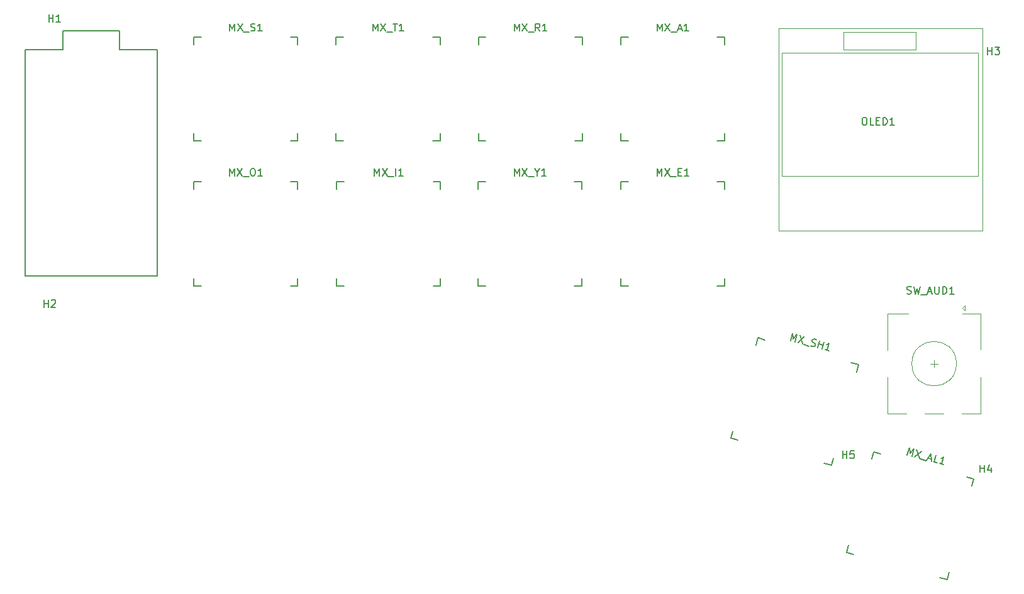
<source format=gbr>
G04 #@! TF.GenerationSoftware,KiCad,Pcbnew,(5.1.10)-1*
G04 #@! TF.CreationDate,2021-07-26T22:22:40-04:00*
G04 #@! TF.ProjectId,chayzer,63686179-7a65-4722-9e6b-696361645f70,rev?*
G04 #@! TF.SameCoordinates,Original*
G04 #@! TF.FileFunction,Legend,Top*
G04 #@! TF.FilePolarity,Positive*
%FSLAX46Y46*%
G04 Gerber Fmt 4.6, Leading zero omitted, Abs format (unit mm)*
G04 Created by KiCad (PCBNEW (5.1.10)-1) date 2021-07-26 22:22:40*
%MOMM*%
%LPD*%
G01*
G04 APERTURE LIST*
%ADD10C,0.150000*%
%ADD11C,0.120000*%
G04 APERTURE END LIST*
D10*
X102957500Y-102177500D02*
X85177500Y-102177500D01*
X102957500Y-71697500D02*
X102957500Y-102177500D01*
X97877500Y-71697500D02*
X102957500Y-71697500D01*
X97877500Y-69157500D02*
X97877500Y-71697500D01*
X90257500Y-69157500D02*
X97877500Y-69157500D01*
X90257500Y-71697500D02*
X90257500Y-69157500D01*
X85177500Y-71697500D02*
X90257500Y-71697500D01*
X85177500Y-71697500D02*
X85177500Y-102177500D01*
X212916964Y-129519003D02*
X212658145Y-130484928D01*
X208327572Y-142783145D02*
X209293497Y-143041964D01*
X212916964Y-129519003D02*
X211951038Y-129260183D01*
X209552317Y-142076038D02*
X209293497Y-143041964D01*
X195770536Y-139418497D02*
X196029355Y-138452572D01*
X200359928Y-126154355D02*
X199394003Y-125895536D01*
X195770536Y-139418497D02*
X196736462Y-139677317D01*
X199135183Y-126861462D02*
X199394003Y-125895536D01*
D11*
X210556250Y-114000000D02*
G75*
G03*
X210556250Y-114000000I-3000000J0D01*
G01*
X213856250Y-115800000D02*
X213856250Y-120700000D01*
X201256250Y-120700000D02*
X201256250Y-115800000D01*
X201256250Y-112200000D02*
X201256250Y-107300000D01*
X201256250Y-107300000D02*
X204056250Y-107300000D01*
X213856250Y-112100000D02*
X213856250Y-107300000D01*
X213856250Y-107300000D02*
X211356250Y-107300000D01*
X211356250Y-106500000D02*
X211656250Y-106200000D01*
X211656250Y-106200000D02*
X211656250Y-106800000D01*
X211656250Y-106800000D02*
X211356250Y-106500000D01*
X213856250Y-120700000D02*
X211256250Y-120700000D01*
X208856250Y-120700000D02*
X206256250Y-120700000D01*
X203856250Y-120700000D02*
X201256250Y-120700000D01*
X208056250Y-114000000D02*
X207056250Y-114000000D01*
X207556250Y-113500000D02*
X207556250Y-114500000D01*
X186631250Y-68825000D02*
X214031250Y-68825000D01*
X214031250Y-68825000D02*
X214031250Y-96125000D01*
X214031250Y-96125000D02*
X186631250Y-96125000D01*
X186631250Y-96125000D02*
X186631250Y-68825000D01*
X210153250Y-88720000D02*
X187053250Y-88720000D01*
X187053250Y-88720000D02*
X187053250Y-72120000D01*
X187053250Y-72120000D02*
X210153250Y-72120000D01*
X195332250Y-69314000D02*
X205111250Y-69314000D01*
X205111250Y-69314000D02*
X205111250Y-71727000D01*
X205111250Y-71727000D02*
X195332250Y-71727000D01*
X195332250Y-69314000D02*
X195332250Y-71727000D01*
X210153250Y-72120000D02*
X213239250Y-72120000D01*
X210153250Y-88720000D02*
X213493250Y-88745000D01*
X213493250Y-88745000D02*
X213493250Y-72108000D01*
X213493250Y-72108000D02*
X213239250Y-72120000D01*
D10*
X160156250Y-89500000D02*
X160156250Y-90500000D01*
X159156250Y-103500000D02*
X160156250Y-103500000D01*
X160156250Y-89500000D02*
X159156250Y-89500000D01*
X160156250Y-102500000D02*
X160156250Y-103500000D01*
X146156250Y-103500000D02*
X146156250Y-102500000D01*
X147156250Y-89500000D02*
X146156250Y-89500000D01*
X146156250Y-103500000D02*
X147156250Y-103500000D01*
X146156250Y-90500000D02*
X146156250Y-89500000D01*
X141062500Y-70000000D02*
X141062500Y-71000000D01*
X140062500Y-84000000D02*
X141062500Y-84000000D01*
X141062500Y-70000000D02*
X140062500Y-70000000D01*
X141062500Y-83000000D02*
X141062500Y-84000000D01*
X127062500Y-84000000D02*
X127062500Y-83000000D01*
X128062500Y-70000000D02*
X127062500Y-70000000D01*
X127062500Y-84000000D02*
X128062500Y-84000000D01*
X127062500Y-71000000D02*
X127062500Y-70000000D01*
X197354464Y-114144003D02*
X197095645Y-115109928D01*
X192765072Y-127408145D02*
X193730997Y-127666964D01*
X197354464Y-114144003D02*
X196388538Y-113885183D01*
X193989817Y-126701038D02*
X193730997Y-127666964D01*
X180208036Y-124043497D02*
X180466855Y-123077572D01*
X184797428Y-110779355D02*
X183831503Y-110520536D01*
X180208036Y-124043497D02*
X181173962Y-124302317D01*
X183572683Y-111486462D02*
X183831503Y-110520536D01*
X121906250Y-70000000D02*
X121906250Y-71000000D01*
X120906250Y-84000000D02*
X121906250Y-84000000D01*
X121906250Y-70000000D02*
X120906250Y-70000000D01*
X121906250Y-83000000D02*
X121906250Y-84000000D01*
X107906250Y-84000000D02*
X107906250Y-83000000D01*
X108906250Y-70000000D02*
X107906250Y-70000000D01*
X107906250Y-84000000D02*
X108906250Y-84000000D01*
X107906250Y-71000000D02*
X107906250Y-70000000D01*
X160218750Y-70000000D02*
X160218750Y-71000000D01*
X159218750Y-84000000D02*
X160218750Y-84000000D01*
X160218750Y-70000000D02*
X159218750Y-70000000D01*
X160218750Y-83000000D02*
X160218750Y-84000000D01*
X146218750Y-84000000D02*
X146218750Y-83000000D01*
X147218750Y-70000000D02*
X146218750Y-70000000D01*
X146218750Y-84000000D02*
X147218750Y-84000000D01*
X146218750Y-71000000D02*
X146218750Y-70000000D01*
X121906250Y-89500000D02*
X121906250Y-90500000D01*
X120906250Y-103500000D02*
X121906250Y-103500000D01*
X121906250Y-89500000D02*
X120906250Y-89500000D01*
X121906250Y-102500000D02*
X121906250Y-103500000D01*
X107906250Y-103500000D02*
X107906250Y-102500000D01*
X108906250Y-89500000D02*
X107906250Y-89500000D01*
X107906250Y-103500000D02*
X108906250Y-103500000D01*
X107906250Y-90500000D02*
X107906250Y-89500000D01*
X141125000Y-89500000D02*
X141125000Y-90500000D01*
X140125000Y-103500000D02*
X141125000Y-103500000D01*
X141125000Y-89500000D02*
X140125000Y-89500000D01*
X141125000Y-102500000D02*
X141125000Y-103500000D01*
X127125000Y-103500000D02*
X127125000Y-102500000D01*
X128125000Y-89500000D02*
X127125000Y-89500000D01*
X127125000Y-103500000D02*
X128125000Y-103500000D01*
X127125000Y-90500000D02*
X127125000Y-89500000D01*
X179375000Y-89500000D02*
X179375000Y-90500000D01*
X178375000Y-103500000D02*
X179375000Y-103500000D01*
X179375000Y-89500000D02*
X178375000Y-89500000D01*
X179375000Y-102500000D02*
X179375000Y-103500000D01*
X165375000Y-103500000D02*
X165375000Y-102500000D01*
X166375000Y-89500000D02*
X165375000Y-89500000D01*
X165375000Y-103500000D02*
X166375000Y-103500000D01*
X165375000Y-90500000D02*
X165375000Y-89500000D01*
X179375000Y-70000000D02*
X179375000Y-71000000D01*
X178375000Y-84000000D02*
X179375000Y-84000000D01*
X179375000Y-70000000D02*
X178375000Y-70000000D01*
X179375000Y-83000000D02*
X179375000Y-84000000D01*
X165375000Y-84000000D02*
X165375000Y-83000000D01*
X166375000Y-70000000D02*
X165375000Y-70000000D01*
X165375000Y-84000000D02*
X166375000Y-84000000D01*
X165375000Y-71000000D02*
X165375000Y-70000000D01*
X87738095Y-106389880D02*
X87738095Y-105389880D01*
X87738095Y-105866071D02*
X88309523Y-105866071D01*
X88309523Y-106389880D02*
X88309523Y-105389880D01*
X88738095Y-105485119D02*
X88785714Y-105437500D01*
X88880952Y-105389880D01*
X89119047Y-105389880D01*
X89214285Y-105437500D01*
X89261904Y-105485119D01*
X89309523Y-105580357D01*
X89309523Y-105675595D01*
X89261904Y-105818452D01*
X88690476Y-106389880D01*
X89309523Y-106389880D01*
X195238095Y-126752380D02*
X195238095Y-125752380D01*
X195238095Y-126228571D02*
X195809523Y-126228571D01*
X195809523Y-126752380D02*
X195809523Y-125752380D01*
X196761904Y-125752380D02*
X196285714Y-125752380D01*
X196238095Y-126228571D01*
X196285714Y-126180952D01*
X196380952Y-126133333D01*
X196619047Y-126133333D01*
X196714285Y-126180952D01*
X196761904Y-126228571D01*
X196809523Y-126323809D01*
X196809523Y-126561904D01*
X196761904Y-126657142D01*
X196714285Y-126704761D01*
X196619047Y-126752380D01*
X196380952Y-126752380D01*
X196285714Y-126704761D01*
X196238095Y-126657142D01*
X213738095Y-128639880D02*
X213738095Y-127639880D01*
X213738095Y-128116071D02*
X214309523Y-128116071D01*
X214309523Y-128639880D02*
X214309523Y-127639880D01*
X215214285Y-127973214D02*
X215214285Y-128639880D01*
X214976190Y-127592261D02*
X214738095Y-128306547D01*
X215357142Y-128306547D01*
X214769345Y-72358630D02*
X214769345Y-71358630D01*
X214769345Y-71834821D02*
X215340773Y-71834821D01*
X215340773Y-72358630D02*
X215340773Y-71358630D01*
X215721726Y-71358630D02*
X216340773Y-71358630D01*
X216007440Y-71739583D01*
X216150297Y-71739583D01*
X216245535Y-71787202D01*
X216293154Y-71834821D01*
X216340773Y-71930059D01*
X216340773Y-72168154D01*
X216293154Y-72263392D01*
X216245535Y-72311011D01*
X216150297Y-72358630D01*
X215864583Y-72358630D01*
X215769345Y-72311011D01*
X215721726Y-72263392D01*
X88394345Y-67952380D02*
X88394345Y-66952380D01*
X88394345Y-67428571D02*
X88965773Y-67428571D01*
X88965773Y-67952380D02*
X88965773Y-66952380D01*
X89965773Y-67952380D02*
X89394345Y-67952380D01*
X89680059Y-67952380D02*
X89680059Y-66952380D01*
X89584821Y-67095238D01*
X89489583Y-67190476D01*
X89394345Y-67238095D01*
X203948401Y-126284950D02*
X204207220Y-125319025D01*
X204344325Y-126095245D01*
X204851171Y-125491571D01*
X204592352Y-126457496D01*
X205219142Y-125590168D02*
X205604274Y-126728640D01*
X205863093Y-125762714D02*
X204960323Y-126556094D01*
X205717614Y-126857607D02*
X206453557Y-127054803D01*
X206736141Y-126736130D02*
X207196106Y-126859377D01*
X206570200Y-126987459D02*
X207150994Y-126107806D01*
X207214150Y-127160005D01*
X207996090Y-127369525D02*
X207536126Y-127246278D01*
X207794945Y-126280352D01*
X208824027Y-127591370D02*
X208272069Y-127443474D01*
X208548048Y-127517422D02*
X208806867Y-126551496D01*
X208677900Y-126664836D01*
X208561258Y-126732180D01*
X208456940Y-126753527D01*
X203895833Y-104561011D02*
X204038690Y-104608630D01*
X204276785Y-104608630D01*
X204372023Y-104561011D01*
X204419642Y-104513392D01*
X204467261Y-104418154D01*
X204467261Y-104322916D01*
X204419642Y-104227678D01*
X204372023Y-104180059D01*
X204276785Y-104132440D01*
X204086309Y-104084821D01*
X203991071Y-104037202D01*
X203943452Y-103989583D01*
X203895833Y-103894345D01*
X203895833Y-103799107D01*
X203943452Y-103703869D01*
X203991071Y-103656250D01*
X204086309Y-103608630D01*
X204324404Y-103608630D01*
X204467261Y-103656250D01*
X204800595Y-103608630D02*
X205038690Y-104608630D01*
X205229166Y-103894345D01*
X205419642Y-104608630D01*
X205657738Y-103608630D01*
X205800595Y-104703869D02*
X206562500Y-104703869D01*
X206752976Y-104322916D02*
X207229166Y-104322916D01*
X206657738Y-104608630D02*
X206991071Y-103608630D01*
X207324404Y-104608630D01*
X207657738Y-103608630D02*
X207657738Y-104418154D01*
X207705357Y-104513392D01*
X207752976Y-104561011D01*
X207848214Y-104608630D01*
X208038690Y-104608630D01*
X208133928Y-104561011D01*
X208181547Y-104513392D01*
X208229166Y-104418154D01*
X208229166Y-103608630D01*
X208705357Y-104608630D02*
X208705357Y-103608630D01*
X208943452Y-103608630D01*
X209086309Y-103656250D01*
X209181547Y-103751488D01*
X209229166Y-103846726D01*
X209276785Y-104037202D01*
X209276785Y-104180059D01*
X209229166Y-104370535D01*
X209181547Y-104465773D01*
X209086309Y-104561011D01*
X208943452Y-104608630D01*
X208705357Y-104608630D01*
X210229166Y-104608630D02*
X209657738Y-104608630D01*
X209943452Y-104608630D02*
X209943452Y-103608630D01*
X209848214Y-103751488D01*
X209752976Y-103846726D01*
X209657738Y-103894345D01*
X198102678Y-80831380D02*
X198293154Y-80831380D01*
X198388392Y-80879000D01*
X198483630Y-80974238D01*
X198531250Y-81164714D01*
X198531250Y-81498047D01*
X198483630Y-81688523D01*
X198388392Y-81783761D01*
X198293154Y-81831380D01*
X198102678Y-81831380D01*
X198007440Y-81783761D01*
X197912202Y-81688523D01*
X197864583Y-81498047D01*
X197864583Y-81164714D01*
X197912202Y-80974238D01*
X198007440Y-80879000D01*
X198102678Y-80831380D01*
X199436011Y-81831380D02*
X198959821Y-81831380D01*
X198959821Y-80831380D01*
X199769345Y-81307571D02*
X200102678Y-81307571D01*
X200245535Y-81831380D02*
X199769345Y-81831380D01*
X199769345Y-80831380D01*
X200245535Y-80831380D01*
X200674107Y-81831380D02*
X200674107Y-80831380D01*
X200912202Y-80831380D01*
X201055059Y-80879000D01*
X201150297Y-80974238D01*
X201197916Y-81069476D01*
X201245535Y-81259952D01*
X201245535Y-81402809D01*
X201197916Y-81593285D01*
X201150297Y-81688523D01*
X201055059Y-81783761D01*
X200912202Y-81831380D01*
X200674107Y-81831380D01*
X202197916Y-81831380D02*
X201626488Y-81831380D01*
X201912202Y-81831380D02*
X201912202Y-80831380D01*
X201816964Y-80974238D01*
X201721726Y-81069476D01*
X201626488Y-81117095D01*
X151061011Y-88697380D02*
X151061011Y-87697380D01*
X151394345Y-88411666D01*
X151727678Y-87697380D01*
X151727678Y-88697380D01*
X152108630Y-87697380D02*
X152775297Y-88697380D01*
X152775297Y-87697380D02*
X152108630Y-88697380D01*
X152918154Y-88792619D02*
X153680059Y-88792619D01*
X154108630Y-88221190D02*
X154108630Y-88697380D01*
X153775297Y-87697380D02*
X154108630Y-88221190D01*
X154441964Y-87697380D01*
X155299107Y-88697380D02*
X154727678Y-88697380D01*
X155013392Y-88697380D02*
X155013392Y-87697380D01*
X154918154Y-87840238D01*
X154822916Y-87935476D01*
X154727678Y-87983095D01*
X132014880Y-69197380D02*
X132014880Y-68197380D01*
X132348214Y-68911666D01*
X132681547Y-68197380D01*
X132681547Y-69197380D01*
X133062500Y-68197380D02*
X133729166Y-69197380D01*
X133729166Y-68197380D02*
X133062500Y-69197380D01*
X133872023Y-69292619D02*
X134633928Y-69292619D01*
X134729166Y-68197380D02*
X135300595Y-68197380D01*
X135014880Y-69197380D02*
X135014880Y-68197380D01*
X136157738Y-69197380D02*
X135586309Y-69197380D01*
X135872023Y-69197380D02*
X135872023Y-68197380D01*
X135776785Y-68340238D01*
X135681547Y-68435476D01*
X135586309Y-68483095D01*
X188224913Y-110866814D02*
X188483733Y-109900888D01*
X188620837Y-110677108D01*
X189127683Y-110073434D01*
X188868864Y-111039360D01*
X189495655Y-110172032D02*
X189880786Y-111310504D01*
X190139605Y-110344578D02*
X189236836Y-111137958D01*
X189994126Y-111439471D02*
X190730070Y-111636666D01*
X190951030Y-111547976D02*
X191076695Y-111630946D01*
X191306677Y-111692570D01*
X191410994Y-111671223D01*
X191469316Y-111637551D01*
X191539962Y-111557883D01*
X191564611Y-111465890D01*
X191543264Y-111361572D01*
X191509592Y-111303251D01*
X191429924Y-111232605D01*
X191258263Y-111137310D01*
X191178595Y-111066664D01*
X191144923Y-111008343D01*
X191123576Y-110904025D01*
X191148225Y-110812032D01*
X191218871Y-110732364D01*
X191277192Y-110698692D01*
X191381510Y-110677345D01*
X191611492Y-110738969D01*
X191737157Y-110821939D01*
X191904631Y-111852791D02*
X192163450Y-110886865D01*
X192040203Y-111346830D02*
X192592160Y-111494727D01*
X192456589Y-112000688D02*
X192715408Y-111034762D01*
X193422514Y-112259507D02*
X192870557Y-112111610D01*
X193146536Y-112185558D02*
X193405355Y-111219633D01*
X193276388Y-111332973D01*
X193159745Y-111400316D01*
X193055427Y-111421663D01*
X112763392Y-69197380D02*
X112763392Y-68197380D01*
X113096726Y-68911666D01*
X113430059Y-68197380D01*
X113430059Y-69197380D01*
X113811011Y-68197380D02*
X114477678Y-69197380D01*
X114477678Y-68197380D02*
X113811011Y-69197380D01*
X114620535Y-69292619D02*
X115382440Y-69292619D01*
X115572916Y-69149761D02*
X115715773Y-69197380D01*
X115953869Y-69197380D01*
X116049107Y-69149761D01*
X116096726Y-69102142D01*
X116144345Y-69006904D01*
X116144345Y-68911666D01*
X116096726Y-68816428D01*
X116049107Y-68768809D01*
X115953869Y-68721190D01*
X115763392Y-68673571D01*
X115668154Y-68625952D01*
X115620535Y-68578333D01*
X115572916Y-68483095D01*
X115572916Y-68387857D01*
X115620535Y-68292619D01*
X115668154Y-68245000D01*
X115763392Y-68197380D01*
X116001488Y-68197380D01*
X116144345Y-68245000D01*
X117096726Y-69197380D02*
X116525297Y-69197380D01*
X116811011Y-69197380D02*
X116811011Y-68197380D01*
X116715773Y-68340238D01*
X116620535Y-68435476D01*
X116525297Y-68483095D01*
X151052083Y-69197380D02*
X151052083Y-68197380D01*
X151385416Y-68911666D01*
X151718750Y-68197380D01*
X151718750Y-69197380D01*
X152099702Y-68197380D02*
X152766369Y-69197380D01*
X152766369Y-68197380D02*
X152099702Y-69197380D01*
X152909226Y-69292619D02*
X153671130Y-69292619D01*
X154480654Y-69197380D02*
X154147321Y-68721190D01*
X153909226Y-69197380D02*
X153909226Y-68197380D01*
X154290178Y-68197380D01*
X154385416Y-68245000D01*
X154433035Y-68292619D01*
X154480654Y-68387857D01*
X154480654Y-68530714D01*
X154433035Y-68625952D01*
X154385416Y-68673571D01*
X154290178Y-68721190D01*
X153909226Y-68721190D01*
X155433035Y-69197380D02*
X154861607Y-69197380D01*
X155147321Y-69197380D02*
X155147321Y-68197380D01*
X155052083Y-68340238D01*
X154956845Y-68435476D01*
X154861607Y-68483095D01*
X112715773Y-88697380D02*
X112715773Y-87697380D01*
X113049107Y-88411666D01*
X113382440Y-87697380D01*
X113382440Y-88697380D01*
X113763392Y-87697380D02*
X114430059Y-88697380D01*
X114430059Y-87697380D02*
X113763392Y-88697380D01*
X114572916Y-88792619D02*
X115334821Y-88792619D01*
X115763392Y-87697380D02*
X115953869Y-87697380D01*
X116049107Y-87745000D01*
X116144345Y-87840238D01*
X116191964Y-88030714D01*
X116191964Y-88364047D01*
X116144345Y-88554523D01*
X116049107Y-88649761D01*
X115953869Y-88697380D01*
X115763392Y-88697380D01*
X115668154Y-88649761D01*
X115572916Y-88554523D01*
X115525297Y-88364047D01*
X115525297Y-88030714D01*
X115572916Y-87840238D01*
X115668154Y-87745000D01*
X115763392Y-87697380D01*
X117144345Y-88697380D02*
X116572916Y-88697380D01*
X116858630Y-88697380D02*
X116858630Y-87697380D01*
X116763392Y-87840238D01*
X116668154Y-87935476D01*
X116572916Y-87983095D01*
X132220238Y-88697380D02*
X132220238Y-87697380D01*
X132553571Y-88411666D01*
X132886904Y-87697380D01*
X132886904Y-88697380D01*
X133267857Y-87697380D02*
X133934523Y-88697380D01*
X133934523Y-87697380D02*
X133267857Y-88697380D01*
X134077380Y-88792619D02*
X134839285Y-88792619D01*
X135077380Y-88697380D02*
X135077380Y-87697380D01*
X136077380Y-88697380D02*
X135505952Y-88697380D01*
X135791666Y-88697380D02*
X135791666Y-87697380D01*
X135696428Y-87840238D01*
X135601190Y-87935476D01*
X135505952Y-87983095D01*
X170255952Y-88697380D02*
X170255952Y-87697380D01*
X170589285Y-88411666D01*
X170922619Y-87697380D01*
X170922619Y-88697380D01*
X171303571Y-87697380D02*
X171970238Y-88697380D01*
X171970238Y-87697380D02*
X171303571Y-88697380D01*
X172113095Y-88792619D02*
X172875000Y-88792619D01*
X173113095Y-88173571D02*
X173446428Y-88173571D01*
X173589285Y-88697380D02*
X173113095Y-88697380D01*
X173113095Y-87697380D01*
X173589285Y-87697380D01*
X174541666Y-88697380D02*
X173970238Y-88697380D01*
X174255952Y-88697380D02*
X174255952Y-87697380D01*
X174160714Y-87840238D01*
X174065476Y-87935476D01*
X173970238Y-87983095D01*
X170279761Y-69197380D02*
X170279761Y-68197380D01*
X170613095Y-68911666D01*
X170946428Y-68197380D01*
X170946428Y-69197380D01*
X171327380Y-68197380D02*
X171994047Y-69197380D01*
X171994047Y-68197380D02*
X171327380Y-69197380D01*
X172136904Y-69292619D02*
X172898809Y-69292619D01*
X173089285Y-68911666D02*
X173565476Y-68911666D01*
X172994047Y-69197380D02*
X173327380Y-68197380D01*
X173660714Y-69197380D01*
X174517857Y-69197380D02*
X173946428Y-69197380D01*
X174232142Y-69197380D02*
X174232142Y-68197380D01*
X174136904Y-68340238D01*
X174041666Y-68435476D01*
X173946428Y-68483095D01*
M02*

</source>
